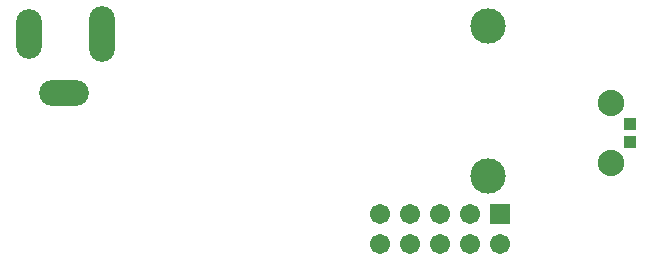
<source format=gbs>
G04*
G04 #@! TF.GenerationSoftware,Altium Limited,Altium Designer,21.0.8 (223)*
G04*
G04 Layer_Color=16711935*
%FSLAX24Y24*%
%MOIN*%
G70*
G04*
G04 #@! TF.SameCoordinates,11726A0C-8756-45C8-9DEF-AB95AD2673E8*
G04*
G04*
G04 #@! TF.FilePolarity,Negative*
G04*
G01*
G75*
%ADD17C,0.0394*%
%ADD53R,0.0420X0.0398*%
%ADD56C,0.0880*%
%ADD57R,0.0671X0.0671*%
%ADD58C,0.0671*%
%ADD59C,0.1182*%
%ADD60C,0.0671*%
%ADD61O,0.1655X0.0867*%
%ADD62O,0.0867X0.1655*%
%ADD63O,0.0867X0.1852*%
D17*
X5791Y7952D02*
Y8936D01*
X4137Y6475D02*
X4925D01*
X3350Y8050D02*
Y8837D01*
D53*
X23400Y4857D02*
D03*
Y5450D02*
D03*
D56*
X22750Y4150D02*
D03*
Y6150D02*
D03*
D57*
X19050Y2450D02*
D03*
D58*
X19050Y1450D02*
D03*
X18050Y2450D02*
D03*
Y1450D02*
D03*
X17050Y2450D02*
D03*
Y1450D02*
D03*
X16050Y2450D02*
D03*
X16050Y1450D02*
D03*
X15050Y2450D02*
D03*
Y1450D02*
D03*
X4137Y6475D02*
D03*
X4925D02*
D03*
X3350Y8837D02*
D03*
Y8050D02*
D03*
D59*
X18650Y3700D02*
D03*
Y8700D02*
D03*
D60*
X5791Y7952D02*
D03*
Y8936D02*
D03*
D61*
X4531Y6475D02*
D03*
D62*
X3350Y8444D02*
D03*
D63*
X5791Y8444D02*
D03*
M02*

</source>
